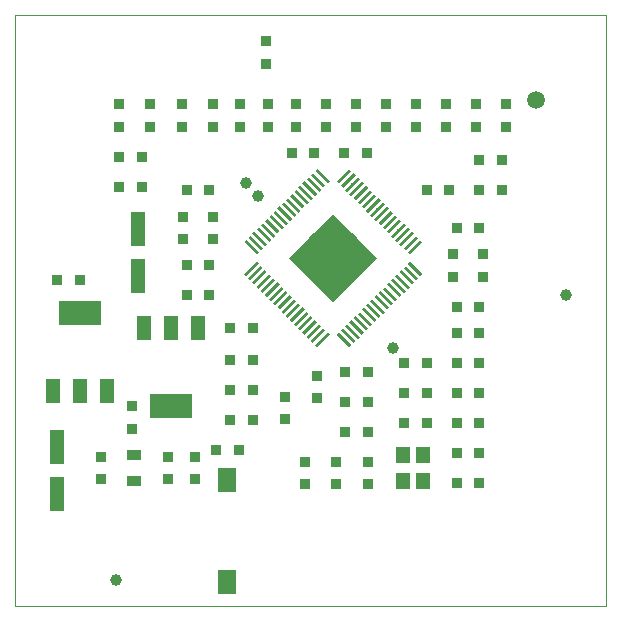
<source format=gtp>
%TF.GenerationSoftware,KiCad,Pcbnew,(5.0.2)-1*%
%TF.CreationDate,2019-03-11T21:45:58+00:00*%
%TF.ProjectId,uDSP-1.0,75445350-2d31-42e3-902e-6b696361645f,1.0*%
%TF.SameCoordinates,PX660b0c0PY81b3200*%
%TF.FileFunction,Paste,Top*%
%TF.FilePolarity,Positive*%
%FSLAX46Y46*%
G04 Gerber Fmt 4.6, Leading zero omitted, Abs format (unit mm)*
G04 Created by KiCad (PCBNEW (5.0.2)-1) date 11/03/2019 21:45:58*
%MOMM*%
%LPD*%
G01*
G04 APERTURE LIST*
%ADD10C,0.100000*%
%ADD11R,0.900000X0.900000*%
%ADD12R,1.300000X0.900000*%
%ADD13R,1.200000X3.000000*%
%ADD14R,1.200000X1.400000*%
%ADD15C,5.300000*%
%ADD16C,0.150000*%
%ADD17C,0.250000*%
%ADD18C,1.000000*%
%ADD19R,1.600000X2.100000*%
%ADD20R,1.200000X2.000000*%
%ADD21R,3.600000X2.000000*%
%ADD22C,1.500000*%
G04 APERTURE END LIST*
D10*
X0Y50000000D02*
X0Y0D01*
X50000000Y50000000D02*
X0Y50000000D01*
X50000000Y0D02*
X50000000Y50000000D01*
X0Y0D02*
X50000000Y0D01*
D11*
X18918000Y13191000D03*
X17018000Y13191000D03*
X15174000Y12614500D03*
X15174000Y10714500D03*
D12*
X10080000Y10565000D03*
X10080000Y12765000D03*
D11*
X9887000Y14969500D03*
X9887000Y16869500D03*
X7220000Y10715000D03*
X7220000Y12615000D03*
X5450000Y27540000D03*
X3550000Y27540000D03*
D13*
X3490000Y13413000D03*
X3490000Y9413000D03*
X10395000Y27891500D03*
X10395000Y31891500D03*
D11*
X24492000Y10275000D03*
X24492000Y12175000D03*
X27159000Y12175000D03*
X27159000Y10275000D03*
D14*
X34525000Y10565000D03*
X34525000Y12765000D03*
X32825000Y12765000D03*
X32825000Y10565000D03*
D11*
X37385000Y25320000D03*
X39285000Y25320000D03*
X12888000Y12617000D03*
X12888000Y10717000D03*
D15*
X26905000Y29438019D03*
D16*
G36*
X26905000Y25690353D02*
X23157334Y29438019D01*
X26905000Y33185685D01*
X30652666Y29438019D01*
X26905000Y25690353D01*
X26905000Y25690353D01*
G37*
D17*
X19975354Y30357258D03*
D16*
G36*
X20417296Y29738540D02*
X19356636Y30799200D01*
X19533412Y30975976D01*
X20594072Y29915316D01*
X20417296Y29738540D01*
X20417296Y29738540D01*
G37*
D17*
X20328907Y30710811D03*
D16*
G36*
X20770849Y30092093D02*
X19710189Y31152753D01*
X19886965Y31329529D01*
X20947625Y30268869D01*
X20770849Y30092093D01*
X20770849Y30092093D01*
G37*
D17*
X20682460Y31064365D03*
D16*
G36*
X21124402Y30445647D02*
X20063742Y31506307D01*
X20240518Y31683083D01*
X21301178Y30622423D01*
X21124402Y30445647D01*
X21124402Y30445647D01*
G37*
D17*
X21036014Y31417918D03*
D16*
G36*
X21477956Y30799200D02*
X20417296Y31859860D01*
X20594072Y32036636D01*
X21654732Y30975976D01*
X21477956Y30799200D01*
X21477956Y30799200D01*
G37*
D17*
X21389567Y31771471D03*
D16*
G36*
X21831509Y31152753D02*
X20770849Y32213413D01*
X20947625Y32390189D01*
X22008285Y31329529D01*
X21831509Y31152753D01*
X21831509Y31152753D01*
G37*
D17*
X21743120Y32125025D03*
D16*
G36*
X22185062Y31506307D02*
X21124402Y32566967D01*
X21301178Y32743743D01*
X22361838Y31683083D01*
X22185062Y31506307D01*
X22185062Y31506307D01*
G37*
D17*
X22096674Y32478578D03*
D16*
G36*
X22538616Y31859860D02*
X21477956Y32920520D01*
X21654732Y33097296D01*
X22715392Y32036636D01*
X22538616Y31859860D01*
X22538616Y31859860D01*
G37*
D17*
X22450227Y32832132D03*
D16*
G36*
X22892169Y32213414D02*
X21831509Y33274074D01*
X22008285Y33450850D01*
X23068945Y32390190D01*
X22892169Y32213414D01*
X22892169Y32213414D01*
G37*
D17*
X22803781Y33185685D03*
D16*
G36*
X23245723Y32566967D02*
X22185063Y33627627D01*
X22361839Y33804403D01*
X23422499Y32743743D01*
X23245723Y32566967D01*
X23245723Y32566967D01*
G37*
D17*
X23157334Y33539238D03*
D16*
G36*
X23599276Y32920520D02*
X22538616Y33981180D01*
X22715392Y34157956D01*
X23776052Y33097296D01*
X23599276Y32920520D01*
X23599276Y32920520D01*
G37*
D17*
X23510887Y33892792D03*
D16*
G36*
X23952829Y33274074D02*
X22892169Y34334734D01*
X23068945Y34511510D01*
X24129605Y33450850D01*
X23952829Y33274074D01*
X23952829Y33274074D01*
G37*
D17*
X23864441Y34246345D03*
D16*
G36*
X24306383Y33627627D02*
X23245723Y34688287D01*
X23422499Y34865063D01*
X24483159Y33804403D01*
X24306383Y33627627D01*
X24306383Y33627627D01*
G37*
D17*
X24217994Y34599899D03*
D16*
G36*
X24659936Y33981181D02*
X23599276Y35041841D01*
X23776052Y35218617D01*
X24836712Y34157957D01*
X24659936Y33981181D01*
X24659936Y33981181D01*
G37*
D17*
X24571548Y34953452D03*
D16*
G36*
X25013490Y34334734D02*
X23952830Y35395394D01*
X24129606Y35572170D01*
X25190266Y34511510D01*
X25013490Y34334734D01*
X25013490Y34334734D01*
G37*
D17*
X24925101Y35307005D03*
D16*
G36*
X25367043Y34688287D02*
X24306383Y35748947D01*
X24483159Y35925723D01*
X25543819Y34865063D01*
X25367043Y34688287D01*
X25367043Y34688287D01*
G37*
D17*
X25278654Y35660559D03*
D16*
G36*
X25720596Y35041841D02*
X24659936Y36102501D01*
X24836712Y36279277D01*
X25897372Y35218617D01*
X25720596Y35041841D01*
X25720596Y35041841D01*
G37*
D17*
X25632208Y36014112D03*
D16*
G36*
X26074150Y35395394D02*
X25013490Y36456054D01*
X25190266Y36632830D01*
X26250926Y35572170D01*
X26074150Y35395394D01*
X26074150Y35395394D01*
G37*
D17*
X25985761Y36367665D03*
D16*
G36*
X26427703Y35748947D02*
X25367043Y36809607D01*
X25543819Y36986383D01*
X26604479Y35925723D01*
X26427703Y35748947D01*
X26427703Y35748947D01*
G37*
D17*
X27824239Y36367665D03*
D16*
G36*
X27382297Y35748947D02*
X27205521Y35925723D01*
X28266181Y36986383D01*
X28442957Y36809607D01*
X27382297Y35748947D01*
X27382297Y35748947D01*
G37*
D17*
X28177792Y36014112D03*
D16*
G36*
X27735850Y35395394D02*
X27559074Y35572170D01*
X28619734Y36632830D01*
X28796510Y36456054D01*
X27735850Y35395394D01*
X27735850Y35395394D01*
G37*
D17*
X28531346Y35660559D03*
D16*
G36*
X28089404Y35041841D02*
X27912628Y35218617D01*
X28973288Y36279277D01*
X29150064Y36102501D01*
X28089404Y35041841D01*
X28089404Y35041841D01*
G37*
D17*
X28884899Y35307005D03*
D16*
G36*
X28442957Y34688287D02*
X28266181Y34865063D01*
X29326841Y35925723D01*
X29503617Y35748947D01*
X28442957Y34688287D01*
X28442957Y34688287D01*
G37*
D17*
X29238452Y34953452D03*
D16*
G36*
X28796510Y34334734D02*
X28619734Y34511510D01*
X29680394Y35572170D01*
X29857170Y35395394D01*
X28796510Y34334734D01*
X28796510Y34334734D01*
G37*
D17*
X29592006Y34599899D03*
D16*
G36*
X29150064Y33981181D02*
X28973288Y34157957D01*
X30033948Y35218617D01*
X30210724Y35041841D01*
X29150064Y33981181D01*
X29150064Y33981181D01*
G37*
D17*
X29945559Y34246345D03*
D16*
G36*
X29503617Y33627627D02*
X29326841Y33804403D01*
X30387501Y34865063D01*
X30564277Y34688287D01*
X29503617Y33627627D01*
X29503617Y33627627D01*
G37*
D17*
X30299113Y33892792D03*
D16*
G36*
X29857171Y33274074D02*
X29680395Y33450850D01*
X30741055Y34511510D01*
X30917831Y34334734D01*
X29857171Y33274074D01*
X29857171Y33274074D01*
G37*
D17*
X30652666Y33539238D03*
D16*
G36*
X30210724Y32920520D02*
X30033948Y33097296D01*
X31094608Y34157956D01*
X31271384Y33981180D01*
X30210724Y32920520D01*
X30210724Y32920520D01*
G37*
D17*
X31006219Y33185685D03*
D16*
G36*
X30564277Y32566967D02*
X30387501Y32743743D01*
X31448161Y33804403D01*
X31624937Y33627627D01*
X30564277Y32566967D01*
X30564277Y32566967D01*
G37*
D17*
X31359773Y32832132D03*
D16*
G36*
X30917831Y32213414D02*
X30741055Y32390190D01*
X31801715Y33450850D01*
X31978491Y33274074D01*
X30917831Y32213414D01*
X30917831Y32213414D01*
G37*
D17*
X31713326Y32478578D03*
D16*
G36*
X31271384Y31859860D02*
X31094608Y32036636D01*
X32155268Y33097296D01*
X32332044Y32920520D01*
X31271384Y31859860D01*
X31271384Y31859860D01*
G37*
D17*
X32066880Y32125025D03*
D16*
G36*
X31624938Y31506307D02*
X31448162Y31683083D01*
X32508822Y32743743D01*
X32685598Y32566967D01*
X31624938Y31506307D01*
X31624938Y31506307D01*
G37*
D17*
X32420433Y31771471D03*
D16*
G36*
X31978491Y31152753D02*
X31801715Y31329529D01*
X32862375Y32390189D01*
X33039151Y32213413D01*
X31978491Y31152753D01*
X31978491Y31152753D01*
G37*
D17*
X32773986Y31417918D03*
D16*
G36*
X32332044Y30799200D02*
X32155268Y30975976D01*
X33215928Y32036636D01*
X33392704Y31859860D01*
X32332044Y30799200D01*
X32332044Y30799200D01*
G37*
D17*
X33127540Y31064365D03*
D16*
G36*
X32685598Y30445647D02*
X32508822Y30622423D01*
X33569482Y31683083D01*
X33746258Y31506307D01*
X32685598Y30445647D01*
X32685598Y30445647D01*
G37*
D17*
X33481093Y30710811D03*
D16*
G36*
X33039151Y30092093D02*
X32862375Y30268869D01*
X33923035Y31329529D01*
X34099811Y31152753D01*
X33039151Y30092093D01*
X33039151Y30092093D01*
G37*
D17*
X33834646Y30357258D03*
D16*
G36*
X33392704Y29738540D02*
X33215928Y29915316D01*
X34276588Y30975976D01*
X34453364Y30799200D01*
X33392704Y29738540D01*
X33392704Y29738540D01*
G37*
D17*
X33834646Y28518780D03*
D16*
G36*
X34276588Y27900062D02*
X33215928Y28960722D01*
X33392704Y29137498D01*
X34453364Y28076838D01*
X34276588Y27900062D01*
X34276588Y27900062D01*
G37*
D17*
X33481093Y28165227D03*
D16*
G36*
X33923035Y27546509D02*
X32862375Y28607169D01*
X33039151Y28783945D01*
X34099811Y27723285D01*
X33923035Y27546509D01*
X33923035Y27546509D01*
G37*
D17*
X33127540Y27811673D03*
D16*
G36*
X33569482Y27192955D02*
X32508822Y28253615D01*
X32685598Y28430391D01*
X33746258Y27369731D01*
X33569482Y27192955D01*
X33569482Y27192955D01*
G37*
D17*
X32773986Y27458120D03*
D16*
G36*
X33215928Y26839402D02*
X32155268Y27900062D01*
X32332044Y28076838D01*
X33392704Y27016178D01*
X33215928Y26839402D01*
X33215928Y26839402D01*
G37*
D17*
X32420433Y27104567D03*
D16*
G36*
X32862375Y26485849D02*
X31801715Y27546509D01*
X31978491Y27723285D01*
X33039151Y26662625D01*
X32862375Y26485849D01*
X32862375Y26485849D01*
G37*
D17*
X32066880Y26751013D03*
D16*
G36*
X32508822Y26132295D02*
X31448162Y27192955D01*
X31624938Y27369731D01*
X32685598Y26309071D01*
X32508822Y26132295D01*
X32508822Y26132295D01*
G37*
D17*
X31713326Y26397460D03*
D16*
G36*
X32155268Y25778742D02*
X31094608Y26839402D01*
X31271384Y27016178D01*
X32332044Y25955518D01*
X32155268Y25778742D01*
X32155268Y25778742D01*
G37*
D17*
X31359773Y26043906D03*
D16*
G36*
X31801715Y25425188D02*
X30741055Y26485848D01*
X30917831Y26662624D01*
X31978491Y25601964D01*
X31801715Y25425188D01*
X31801715Y25425188D01*
G37*
D17*
X31006219Y25690353D03*
D16*
G36*
X31448161Y25071635D02*
X30387501Y26132295D01*
X30564277Y26309071D01*
X31624937Y25248411D01*
X31448161Y25071635D01*
X31448161Y25071635D01*
G37*
D17*
X30652666Y25336800D03*
D16*
G36*
X31094608Y24718082D02*
X30033948Y25778742D01*
X30210724Y25955518D01*
X31271384Y24894858D01*
X31094608Y24718082D01*
X31094608Y24718082D01*
G37*
D17*
X30299113Y24983246D03*
D16*
G36*
X30741055Y24364528D02*
X29680395Y25425188D01*
X29857171Y25601964D01*
X30917831Y24541304D01*
X30741055Y24364528D01*
X30741055Y24364528D01*
G37*
D17*
X29945559Y24629693D03*
D16*
G36*
X30387501Y24010975D02*
X29326841Y25071635D01*
X29503617Y25248411D01*
X30564277Y24187751D01*
X30387501Y24010975D01*
X30387501Y24010975D01*
G37*
D17*
X29592006Y24276139D03*
D16*
G36*
X30033948Y23657421D02*
X28973288Y24718081D01*
X29150064Y24894857D01*
X30210724Y23834197D01*
X30033948Y23657421D01*
X30033948Y23657421D01*
G37*
D17*
X29238452Y23922586D03*
D16*
G36*
X29680394Y23303868D02*
X28619734Y24364528D01*
X28796510Y24541304D01*
X29857170Y23480644D01*
X29680394Y23303868D01*
X29680394Y23303868D01*
G37*
D17*
X28884899Y23569033D03*
D16*
G36*
X29326841Y22950315D02*
X28266181Y24010975D01*
X28442957Y24187751D01*
X29503617Y23127091D01*
X29326841Y22950315D01*
X29326841Y22950315D01*
G37*
D17*
X28531346Y23215479D03*
D16*
G36*
X28973288Y22596761D02*
X27912628Y23657421D01*
X28089404Y23834197D01*
X29150064Y22773537D01*
X28973288Y22596761D01*
X28973288Y22596761D01*
G37*
D17*
X28177792Y22861926D03*
D16*
G36*
X28619734Y22243208D02*
X27559074Y23303868D01*
X27735850Y23480644D01*
X28796510Y22419984D01*
X28619734Y22243208D01*
X28619734Y22243208D01*
G37*
D17*
X27824239Y22508373D03*
D16*
G36*
X28266181Y21889655D02*
X27205521Y22950315D01*
X27382297Y23127091D01*
X28442957Y22066431D01*
X28266181Y21889655D01*
X28266181Y21889655D01*
G37*
D17*
X25985761Y22508373D03*
D16*
G36*
X25543819Y21889655D02*
X25367043Y22066431D01*
X26427703Y23127091D01*
X26604479Y22950315D01*
X25543819Y21889655D01*
X25543819Y21889655D01*
G37*
D17*
X25632208Y22861926D03*
D16*
G36*
X25190266Y22243208D02*
X25013490Y22419984D01*
X26074150Y23480644D01*
X26250926Y23303868D01*
X25190266Y22243208D01*
X25190266Y22243208D01*
G37*
D17*
X25278654Y23215479D03*
D16*
G36*
X24836712Y22596761D02*
X24659936Y22773537D01*
X25720596Y23834197D01*
X25897372Y23657421D01*
X24836712Y22596761D01*
X24836712Y22596761D01*
G37*
D17*
X24925101Y23569033D03*
D16*
G36*
X24483159Y22950315D02*
X24306383Y23127091D01*
X25367043Y24187751D01*
X25543819Y24010975D01*
X24483159Y22950315D01*
X24483159Y22950315D01*
G37*
D17*
X24571548Y23922586D03*
D16*
G36*
X24129606Y23303868D02*
X23952830Y23480644D01*
X25013490Y24541304D01*
X25190266Y24364528D01*
X24129606Y23303868D01*
X24129606Y23303868D01*
G37*
D17*
X24217994Y24276139D03*
D16*
G36*
X23776052Y23657421D02*
X23599276Y23834197D01*
X24659936Y24894857D01*
X24836712Y24718081D01*
X23776052Y23657421D01*
X23776052Y23657421D01*
G37*
D17*
X23864441Y24629693D03*
D16*
G36*
X23422499Y24010975D02*
X23245723Y24187751D01*
X24306383Y25248411D01*
X24483159Y25071635D01*
X23422499Y24010975D01*
X23422499Y24010975D01*
G37*
D17*
X23510887Y24983246D03*
D16*
G36*
X23068945Y24364528D02*
X22892169Y24541304D01*
X23952829Y25601964D01*
X24129605Y25425188D01*
X23068945Y24364528D01*
X23068945Y24364528D01*
G37*
D17*
X23157334Y25336800D03*
D16*
G36*
X22715392Y24718082D02*
X22538616Y24894858D01*
X23599276Y25955518D01*
X23776052Y25778742D01*
X22715392Y24718082D01*
X22715392Y24718082D01*
G37*
D17*
X22803781Y25690353D03*
D16*
G36*
X22361839Y25071635D02*
X22185063Y25248411D01*
X23245723Y26309071D01*
X23422499Y26132295D01*
X22361839Y25071635D01*
X22361839Y25071635D01*
G37*
D17*
X22450227Y26043906D03*
D16*
G36*
X22008285Y25425188D02*
X21831509Y25601964D01*
X22892169Y26662624D01*
X23068945Y26485848D01*
X22008285Y25425188D01*
X22008285Y25425188D01*
G37*
D17*
X22096674Y26397460D03*
D16*
G36*
X21654732Y25778742D02*
X21477956Y25955518D01*
X22538616Y27016178D01*
X22715392Y26839402D01*
X21654732Y25778742D01*
X21654732Y25778742D01*
G37*
D17*
X21743120Y26751013D03*
D16*
G36*
X21301178Y26132295D02*
X21124402Y26309071D01*
X22185062Y27369731D01*
X22361838Y27192955D01*
X21301178Y26132295D01*
X21301178Y26132295D01*
G37*
D17*
X21389567Y27104567D03*
D16*
G36*
X20947625Y26485849D02*
X20770849Y26662625D01*
X21831509Y27723285D01*
X22008285Y27546509D01*
X20947625Y26485849D01*
X20947625Y26485849D01*
G37*
D17*
X21036014Y27458120D03*
D16*
G36*
X20594072Y26839402D02*
X20417296Y27016178D01*
X21477956Y28076838D01*
X21654732Y27900062D01*
X20594072Y26839402D01*
X20594072Y26839402D01*
G37*
D17*
X20682460Y27811673D03*
D16*
G36*
X20240518Y27192955D02*
X20063742Y27369731D01*
X21124402Y28430391D01*
X21301178Y28253615D01*
X20240518Y27192955D01*
X20240518Y27192955D01*
G37*
D17*
X20328907Y28165227D03*
D16*
G36*
X19886965Y27546509D02*
X19710189Y27723285D01*
X20770849Y28783945D01*
X20947625Y28607169D01*
X19886965Y27546509D01*
X19886965Y27546509D01*
G37*
D17*
X19975354Y28518780D03*
D16*
G36*
X19533412Y27900062D02*
X19356636Y28076838D01*
X20417296Y29137498D01*
X20594072Y28960722D01*
X19533412Y27900062D01*
X19533412Y27900062D01*
G37*
D11*
X32940001Y18015000D03*
X34839999Y18015000D03*
X21190000Y47794000D03*
X21190000Y45894000D03*
X19031000Y40560000D03*
X19031000Y42460000D03*
X26270000Y42460000D03*
X26270000Y40560000D03*
X21380500Y42460000D03*
X21380500Y40560000D03*
X23730000Y40560000D03*
X23730000Y42460000D03*
X28810000Y42460000D03*
X28810000Y40560000D03*
X29840000Y12175000D03*
X29840000Y10275000D03*
X14078000Y40560000D03*
X14078000Y42460000D03*
X36745000Y35160000D03*
X34845000Y35160000D03*
X41190000Y35160000D03*
X39290000Y35160000D03*
X41190000Y37700000D03*
X39290000Y37700000D03*
X16745000Y42460000D03*
X16745000Y40560000D03*
X38970000Y42460000D03*
X38970000Y40560000D03*
X36430000Y42460000D03*
X36430000Y40560000D03*
X33890000Y42460000D03*
X33890000Y40560000D03*
X41510000Y42460000D03*
X41510000Y40560000D03*
X10710000Y38019500D03*
X8810000Y38019500D03*
X16425000Y35160000D03*
X14525000Y35160000D03*
X10710000Y35479500D03*
X8810000Y35479500D03*
X8744000Y40560000D03*
X8744000Y42460000D03*
X11411000Y40560000D03*
X11411000Y42460000D03*
X16425000Y26270000D03*
X14525000Y26270000D03*
D18*
X31985000Y21825000D03*
D19*
X17888000Y2031000D03*
X17888000Y10631000D03*
D11*
X34840000Y20555000D03*
X32940000Y20555000D03*
X39285000Y12935000D03*
X37385000Y12935000D03*
X39285000Y10395000D03*
X37385000Y10395000D03*
X34840000Y15475000D03*
X32940000Y15475000D03*
X27940000Y14715000D03*
X29840000Y14715000D03*
X37385000Y23095000D03*
X39285000Y23095000D03*
X37385000Y15475000D03*
X39285000Y15475000D03*
X37385000Y20555000D03*
X39285000Y20555000D03*
X37385000Y18015000D03*
X39285000Y18015000D03*
D20*
X15475000Y23476000D03*
X10903000Y23476000D03*
X13189000Y23476000D03*
D21*
X13189000Y16872000D03*
D22*
X44050000Y42780000D03*
D11*
X22841000Y17695000D03*
X22841000Y15795000D03*
X20108000Y18269000D03*
X18208000Y18269000D03*
X20108000Y15729000D03*
X18208000Y15729000D03*
X18208001Y23476000D03*
X20107999Y23476000D03*
X18208000Y20809000D03*
X20108000Y20809000D03*
X39285000Y31985000D03*
X37385000Y31985000D03*
X25508000Y17573000D03*
X25508000Y19473000D03*
X25315000Y38335000D03*
X23415000Y38335000D03*
X31350000Y42460000D03*
X31350000Y40560000D03*
X27860000Y38335000D03*
X29760000Y38335000D03*
X37065000Y29760000D03*
X37065000Y27860000D03*
X39605000Y29760000D03*
X39605000Y27860000D03*
X27940000Y19795000D03*
X29840000Y19795000D03*
X27940000Y17255000D03*
X29840000Y17255000D03*
X14205000Y32935000D03*
X14205000Y31035000D03*
X16745000Y32935000D03*
X16745000Y31035000D03*
D18*
X19539000Y35795000D03*
X20555000Y34652000D03*
D11*
X14525000Y28810000D03*
X16425000Y28810000D03*
D20*
X3214000Y18198000D03*
X7786000Y18198000D03*
X5500000Y18198000D03*
D21*
X5500000Y24802000D03*
D18*
X46590000Y26270000D03*
X8490000Y2140000D03*
M02*

</source>
